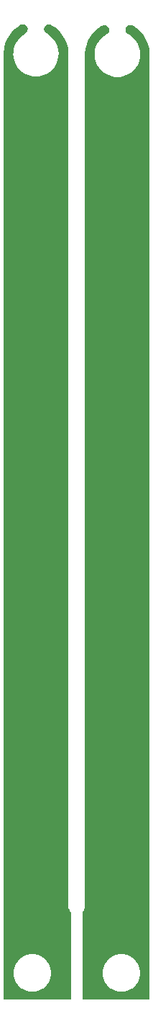
<source format=gtl>
%FSTAX44Y44*%
%MOMM*%
%SFA1B1*%

%IPPOS*%
%ADD11C,0.599999*%
%LNpcb1-1*%
%LPD*%
G36*
X00813253Y02047577D02*
X00815108Y02046337D01*
X00816347Y02044483*
X00816761Y02042402*
X00816739Y02042295*
X00816761Y02042188*
X00816347Y02040107*
X00815108Y02038253*
X00813717Y02037323*
X00813756Y02037249*
X00813741Y02037278*
X00810578Y0203534*
X00807374Y02032603*
X00804638Y020294*
X00802436Y02025807*
X00800824Y02021915*
X00799841Y02017818*
X00799557Y02014215*
X0079931Y02013618*
X0079947*
X00799333Y02012933*
X00799361Y02012792*
X00799633Y02009343*
X00800616Y02005246*
X00802229Y02001354*
X0080443Y01997761*
X00807166Y01994558*
X0081037Y01991822*
X00813962Y0198962*
X00817854Y01988008*
X00821951Y01987024*
X00826151Y01986694*
X00830351Y01987024*
X00834448Y01988008*
X0083834Y0198962*
X00841933Y01991822*
X00845136Y01994558*
X00847872Y01997761*
X00850074Y02001354*
X00851686Y02005246*
X0085267Y02009343*
X00853Y02013543*
X0085267Y02017743*
X00851686Y0202184*
X00850074Y02025732*
X00847872Y02029324*
X00845136Y02032528*
X00841933Y02035264*
X00838769Y02037203*
X00838754Y02037174*
X00838793Y02037248*
X00837402Y02038177*
X00836163Y02040032*
X00835728Y0204222*
X00836163Y02044407*
X00837402Y02046262*
X00839257Y02047501*
X00841445Y02047936*
X00843632Y02047501*
X00844086Y02047198*
X00844068Y02047164*
X00844079Y02047159*
X00844096Y02047191*
X00844136Y02047266*
X00844142Y02047261*
X00844122Y02047223*
X00848619Y02044467*
X0085318Y02040572*
X00857075Y02036011*
X00860209Y02030896*
X00862505Y02025355*
X00863905Y02019522*
X00864362Y02013724*
X00864325Y02013543*
Y01012752*
X008643*
X00864638Y01010186*
X00865629Y01007794*
X00867205Y0100574*
X00867425Y01005571*
Y00902815*
X00857062*
X00788197*
Y01076779*
Y02013442*
X00788173Y02013561*
X00788185Y02013618*
X00788408*
X00788296Y02013889*
X00788154Y02013869*
X00788605Y02019598*
X00790005Y0202543*
X007923Y02030972*
X00795435Y02036086*
X0079933Y02040647*
X00803891Y02044543*
X00808388Y02047298*
X00808368Y02047337*
X00808388Y02047298*
X00808395Y02047302*
X00808374Y02047341*
X00808414Y02047267*
X00808878Y02047577*
X00811065Y02048012*
X00813253Y02047577*
G37*
G36*
X00938861Y02046924D02*
X00939991Y02046448D01*
X00940003Y02046444*
X00941124Y02045847*
X00944543Y02043752*
X00949104Y02039857*
X00952999Y02035296*
X00956133Y02030181*
X00958428Y0202464*
X00959829Y02018807*
X00960268Y02013222*
X00960137Y02013098*
X00960025Y02012828*
X00960237Y02012652*
Y02011855*
Y01075989*
Y00970989*
Y00902815*
X00892062*
X00881009*
Y01005571*
X00881229Y0100574*
X00882805Y01007794*
X00883796Y01010186*
X00884134Y01012752*
X00884108*
Y02012752*
X00884072Y02012934*
X00884528Y02018732*
X00885929Y02024564*
X00888224Y02030106*
X00891358Y0203522*
X00895254Y02039781*
X00899815Y02043677*
X00903233Y02045772*
X00904355Y02046368*
X00904367Y02046373*
X00905496Y02046849*
X00906989Y02047146*
X00909176Y02046711*
X00911031Y02045472*
X0091227Y02043617*
X00912684Y02041536*
X00912663Y02041429*
X00912684Y02041323*
X0091227Y02039242*
X00911031Y02037387*
X0090964Y02036457*
X00909664Y02036412*
X00906501Y02034474*
X00903297Y02031737*
X00900561Y02028534*
X0089836Y02024942*
X00896748Y02021049*
X00895764Y02016952*
X00895433Y02012752*
X00895764Y02008552*
X00896748Y02004456*
X0089836Y02000563*
X00900561Y01996971*
X00903297Y01993767*
X00906501Y01991031*
X00910093Y0198883*
X00913986Y01987218*
X00918083Y01986234*
X00922282Y01985904*
X00926483Y01986234*
X00930579Y01987218*
X00934472Y0198883*
X00938064Y01991031*
X00941267Y01993767*
X00944004Y01996971*
X00946205Y02000563*
X00947817Y02004456*
X00948801Y02008552*
X00949072Y02012002*
X009491Y02012143*
X00949124Y02012828*
X00948849Y02013929*
X00948783Y02014612*
X00948593Y02017028*
X00947609Y02021125*
X00945997Y02025017*
X00943796Y02028609*
X0094106Y02031813*
X00937856Y02034549*
X00934693Y02036488*
X00934717Y02036533*
X00933326Y02037462*
X00932087Y02039317*
X00931652Y02041504*
X00932087Y02043692*
X00933326Y02045547*
X00935181Y02046786*
X00937368Y02047221*
X00938861Y02046924*
G37*
%LNpcb1-2*%
%LPC*%
G36*
X00819746Y00956009D02*
X00815495Y00955164D01*
X00811491Y00953505*
X00807888Y00951098*
X00804824Y00948033*
X00802416Y0094443*
X00800758Y00940426*
X00799912Y00936176*
Y00934009*
Y00931842*
X00800758Y00927592*
X00802416Y00923588*
X00804824Y00919985*
X00807888Y0091692*
X00811491Y00914513*
X00815495Y00912854*
X00819746Y00912009*
X00821912*
X00824079*
X0082833Y00912854*
X00832333Y00914513*
X00835937Y0091692*
X00839001Y00919985*
X00841408Y00923588*
X00843067Y00927592*
X00843912Y00931842*
Y00934009*
Y00936176*
X00843067Y00940426*
X00841409Y0094443*
X00839001Y00948033*
X00835937Y00951097*
X00832333Y00953505*
X0082833Y00955163*
X00824079Y00956009*
X00821912*
X00819746*
G37*
G36*
X00924746D02*
X00920496Y00955164D01*
X00916491Y00953505*
X00912888Y00951098*
X00909824Y00948033*
X00907416Y0094443*
X00905758Y00940426*
X00904912Y00936176*
Y00934009*
Y00931842*
X00905758Y00927592*
X00907416Y00923588*
X00909824Y00919985*
X00912888Y0091692*
X00916491Y00914513*
X00920496Y00912854*
X00924746Y00912009*
X00926912*
X00929079*
X0093333Y00912854*
X00937333Y00914513*
X00940937Y0091692*
X00944001Y00919985*
X00946409Y00923588*
X00948067Y00927592*
X00948912Y00931842*
Y00934009*
Y00936176*
X00948067Y00940426*
X00946409Y0094443*
X00944001Y00948033*
X00940937Y00951097*
X00937333Y00953505*
X0093333Y00955163*
X00929079Y00956009*
X00926912*
X00924746*
G37*
%LNpcb1-3*%
%LPD*%
G54D11*
X00851999Y01967999D03*
X00857999Y01955999D03*
X00851999Y01943999D03*
X00857999Y01931999D03*
X00851999Y01919999D03*
X00857999Y01907999D03*
X00851999Y01895999D03*
X00857999Y01883999D03*
X00851999Y01871999D03*
X00857999Y01859999D03*
X00851999Y01847999D03*
X00857999Y01835999D03*
X00851999Y01823999D03*
X00857999Y01811999D03*
X00851999Y01799999D03*
X00857999Y01787999D03*
X00851999Y01775999D03*
X00857999Y01763999D03*
X00851999Y01751999D03*
X00857999Y01739999D03*
X00851999Y01727999D03*
X00857999Y01715999D03*
X00851999Y01703999D03*
X00857999Y01691999D03*
X00851999Y01679999D03*
X00857999Y01667999D03*
X00851999Y01655999D03*
X00857999Y01643999D03*
X00851999Y01631999D03*
X00857999Y01619999D03*
X00851999Y01607999D03*
X00857999Y01595999D03*
X00851999Y01583999D03*
X00857999Y01571999D03*
X00851999Y01559999D03*
X00857999Y01547999D03*
X00851999Y01535999D03*
X00857999Y01524D03*
X00851999Y01511999D03*
X00857999Y01499999D03*
X00851999Y01487999D03*
X00857999Y01475999D03*
X00851999Y01463999D03*
X00857999Y01451999D03*
X00851999Y01439999D03*
X00857999Y01427999D03*
X00851999Y01415999D03*
X00857999Y01403999D03*
X00851999Y01391999D03*
X00857999Y01379999D03*
X00851999Y01367999D03*
X00857999Y01355999D03*
X00851999Y01343999D03*
X00857999Y01331999D03*
X00851999Y01319999D03*
X00857999Y01307999D03*
X00851999Y01295999D03*
X00857999Y01283999D03*
X00851999Y01271999D03*
X00857999Y01259999D03*
X00851999Y01247999D03*
X00857999Y01235999D03*
X00851999Y01223999D03*
X00857999Y01211999D03*
X00851999Y01199999D03*
X00857999Y01187999D03*
X00851999Y01175999D03*
X00857999Y01163999D03*
X00851999Y01151999D03*
X00857999Y01139999D03*
X00851999Y01127999D03*
X00857999Y01115999D03*
X00851999Y01103999D03*
X00857999Y01091999D03*
X00851999Y01079999D03*
X00857999Y01067999D03*
X00851999Y01055999D03*
X00857999Y01043999D03*
X00851999Y01031999D03*
X00857999Y01019999D03*
X00851999Y01007999D03*
X00857999Y00995999D03*
X00851999Y00983999D03*
X00839999Y01967999D03*
X00845999Y01955999D03*
X00839999Y01943999D03*
X00845999Y01931999D03*
X00839999Y01919999D03*
X00845999Y01907999D03*
X00839999Y01895999D03*
X00845999Y01883999D03*
X00839999Y01871999D03*
X00845999Y01859999D03*
X00839999Y01847999D03*
X00845999Y01835999D03*
X00839999Y01823999D03*
X00845999Y01811999D03*
X00839999Y01799999D03*
X00845999Y01787999D03*
X00839999Y01775999D03*
X00845999Y01763999D03*
X00839999Y01751999D03*
X00845999Y01739999D03*
X00839999Y01727999D03*
X00845999Y01715999D03*
X00839999Y01703999D03*
X00845999Y01691999D03*
X00839999Y01679999D03*
X00845999Y01667999D03*
X00839999Y01655999D03*
X00845999Y01643999D03*
X00839999Y01631999D03*
X00845999Y01619999D03*
X00839999Y01607999D03*
X00845999Y01595999D03*
X00839999Y01583999D03*
X00845999Y01571999D03*
X00839999Y01559999D03*
X00845999Y01547999D03*
X00839999Y01535999D03*
X00845999Y01524D03*
X00839999Y01511999D03*
X00845999Y01499999D03*
X00839999Y01487999D03*
X00845999Y01475999D03*
X00839999Y01463999D03*
X00845999Y01451999D03*
X00839999Y01439999D03*
X00845999Y01427999D03*
X00839999Y01415999D03*
X00845999Y01403999D03*
X00839999Y01391999D03*
X00845999Y01379999D03*
X00839999Y01367999D03*
X00845999Y01355999D03*
X00839999Y01343999D03*
X00845999Y01331999D03*
X00839999Y01319999D03*
X00845999Y01307999D03*
X00839999Y01295999D03*
X00845999Y01283999D03*
X00839999Y01271999D03*
X00845999Y01259999D03*
X00839999Y01247999D03*
X00845999Y01235999D03*
X00839999Y01223999D03*
X00845999Y01211999D03*
X00839999Y01199999D03*
X00845999Y01187999D03*
X00839999Y01175999D03*
X00845999Y01163999D03*
X00839999Y01151999D03*
X00845999Y01139999D03*
X00839999Y01127999D03*
X00845999Y01115999D03*
X00839999Y01103999D03*
X00845999Y01091999D03*
X00839999Y01079999D03*
X00845999Y01067999D03*
X00839999Y01055999D03*
X00845999Y01043999D03*
X00839999Y01031999D03*
X00845999Y01019999D03*
X00839999Y01007999D03*
X00845999Y00995999D03*
X00839999Y00983999D03*
X00827999Y01967999D03*
X00833999Y01955999D03*
X00827999Y01943999D03*
X00833999Y01931999D03*
X00827999Y01919999D03*
X00833999Y01907999D03*
X00827999Y01895999D03*
X00833999Y01883999D03*
X00827999Y01871999D03*
X00833999Y01859999D03*
X00827999Y01847999D03*
X00833999Y01835999D03*
X00827999Y01823999D03*
X00833999Y01811999D03*
X00827999Y01799999D03*
X00833999Y01787999D03*
X00827999Y01775999D03*
X00833999Y01763999D03*
X00827999Y01751999D03*
X00833999Y01739999D03*
X00827999Y01727999D03*
X00833999Y01715999D03*
X00827999Y01703999D03*
X00833999Y01691999D03*
X00827999Y01679999D03*
X00833999Y01667999D03*
X00827999Y01655999D03*
X00833999Y01643999D03*
X00827999Y01631999D03*
X00833999Y01619999D03*
X00827999Y01607999D03*
X00833999Y01595999D03*
X00827999Y01583999D03*
X00833999Y01571999D03*
X00827999Y01559999D03*
X00833999Y01547999D03*
X00827999Y01535999D03*
X00833999Y01524D03*
X00827999Y01511999D03*
X00833999Y01499999D03*
X00827999Y01487999D03*
X00833999Y01475999D03*
X00827999Y01463999D03*
X00833999Y01451999D03*
X00827999Y01439999D03*
X00833999Y01427999D03*
X00827999Y01415999D03*
X00833999Y01403999D03*
X00827999Y01391999D03*
X00833999Y01379999D03*
X00827999Y01367999D03*
X00833999Y01355999D03*
X00827999Y01343999D03*
X00833999Y01331999D03*
X00827999Y01319999D03*
X00833999Y01307999D03*
X00827999Y01295999D03*
X00833999Y01283999D03*
X00827999Y01271999D03*
X00833999Y01259999D03*
X00827999Y01247999D03*
X00833999Y01235999D03*
X00827999Y01223999D03*
X00833999Y01211999D03*
X00827999Y01199999D03*
X00833999Y01187999D03*
X00827999Y01175999D03*
X00833999Y01163999D03*
X00827999Y01151999D03*
X00833999Y01139999D03*
X00827999Y01127999D03*
X00833999Y01115999D03*
X00827999Y01103999D03*
X00833999Y01091999D03*
X00827999Y01079999D03*
X00833999Y01067999D03*
X00827999Y01055999D03*
X00833999Y01043999D03*
X00827999Y01031999D03*
X00833999Y01019999D03*
X00827999Y01007999D03*
X00833999Y00995999D03*
X00827999Y00983999D03*
X00815999Y01967999D03*
X00821999Y01955999D03*
X00815999Y01943999D03*
X00821999Y01931999D03*
X00815999Y01919999D03*
X00821999Y01907999D03*
X00815999Y01895999D03*
X00821999Y01883999D03*
X00815999Y01871999D03*
X00821999Y01859999D03*
X00815999Y01847999D03*
X00821999Y01835999D03*
X00815999Y01823999D03*
X00821999Y01811999D03*
X00815999Y01799999D03*
X00821999Y01787999D03*
X00815999Y01775999D03*
X00821999Y01763999D03*
X00815999Y01751999D03*
X00821999Y01739999D03*
X00815999Y01727999D03*
X00821999Y01715999D03*
X00815999Y01703999D03*
X00821999Y01691999D03*
X00815999Y01679999D03*
X00821999Y01667999D03*
X00815999Y01655999D03*
X00821999Y01643999D03*
X00815999Y01631999D03*
X00821999Y01619999D03*
X00815999Y01607999D03*
X00821999Y01595999D03*
X00815999Y01583999D03*
X00821999Y01571999D03*
X00815999Y01559999D03*
X00821999Y01547999D03*
X00815999Y01535999D03*
X00821999Y01524D03*
X00815999Y01511999D03*
X00821999Y01499999D03*
X00815999Y01487999D03*
X00821999Y01475999D03*
X00815999Y01463999D03*
X00821999Y01451999D03*
X00815999Y01439999D03*
X00821999Y01427999D03*
X00815999Y01415999D03*
X00821999Y01403999D03*
X00815999Y01391999D03*
X00821999Y01379999D03*
X00815999Y01367999D03*
X00821999Y01355999D03*
X00815999Y01343999D03*
X00821999Y01331999D03*
X00815999Y01319999D03*
X00821999Y01307999D03*
X00815999Y01295999D03*
X00821999Y01283999D03*
X00815999Y01271999D03*
X00821999Y01259999D03*
X00815999Y01247999D03*
X00821999Y01235999D03*
X00815999Y01223999D03*
X00821999Y01211999D03*
X00815999Y01199999D03*
X00821999Y01187999D03*
X00815999Y01175999D03*
X00821999Y01163999D03*
X00815999Y01151999D03*
X00821999Y01139999D03*
X00815999Y01127999D03*
X00821999Y01115999D03*
X00815999Y01103999D03*
X00821999Y01091999D03*
X00815999Y01079999D03*
X00821999Y01067999D03*
X00815999Y01055999D03*
X00821999Y01043999D03*
X00815999Y01031999D03*
X00821999Y01019999D03*
X00815999Y01007999D03*
X00821999Y00995999D03*
X00815999Y00983999D03*
X00803999Y01967999D03*
X00809999Y01955999D03*
X00803999Y01943999D03*
X00809999Y01931999D03*
X00803999Y01919999D03*
X00809999Y01907999D03*
X00803999Y01895999D03*
X00809999Y01883999D03*
X00803999Y01871999D03*
X00809999Y01859999D03*
X00803999Y01847999D03*
X00809999Y01835999D03*
X00803999Y01823999D03*
X00809999Y01811999D03*
X00803999Y01799999D03*
X00809999Y01787999D03*
X00803999Y01775999D03*
X00809999Y01763999D03*
X00803999Y01751999D03*
X00809999Y01739999D03*
X00803999Y01727999D03*
X00809999Y01715999D03*
X00803999Y01703999D03*
X00809999Y01691999D03*
X00803999Y01679999D03*
X00809999Y01667999D03*
X00803999Y01655999D03*
X00809999Y01643999D03*
X00803999Y01631999D03*
X00809999Y01619999D03*
X00803999Y01607999D03*
X00809999Y01595999D03*
X00803999Y01583999D03*
X00809999Y01571999D03*
X00803999Y01559999D03*
X00809999Y01547999D03*
X00803999Y01535999D03*
X00809999Y01524D03*
X00803999Y01511999D03*
X00809999Y01499999D03*
X00803999Y01487999D03*
X00809999Y01475999D03*
X00803999Y01463999D03*
X00809999Y01451999D03*
X00803999Y01439999D03*
X00809999Y01427999D03*
X00803999Y01415999D03*
X00809999Y01403999D03*
X00803999Y01391999D03*
X00809999Y01379999D03*
X00803999Y01367999D03*
X00809999Y01355999D03*
X00803999Y01343999D03*
X00809999Y01331999D03*
X00803999Y01319999D03*
X00809999Y01307999D03*
X00803999Y01295999D03*
X00809999Y01283999D03*
X00803999Y01271999D03*
X00809999Y01259999D03*
X00803999Y01247999D03*
X00809999Y01235999D03*
X00803999Y01223999D03*
X00809999Y01211999D03*
X00803999Y01199999D03*
X00809999Y01187999D03*
X00803999Y01175999D03*
X00809999Y01163999D03*
X00803999Y01151999D03*
X00809999Y01139999D03*
X00803999Y01127999D03*
X00809999Y01115999D03*
X00803999Y01103999D03*
X00809999Y01091999D03*
X00803999Y01079999D03*
X00809999Y01067999D03*
X00803999Y01055999D03*
X00809999Y01043999D03*
X00803999Y01031999D03*
X00809999Y01019999D03*
X00803999Y01007999D03*
X00809999Y00995999D03*
X00803999Y00983999D03*
X00791999Y01967999D03*
X00797999Y01955999D03*
X00791999Y01943999D03*
X00797999Y01931999D03*
X00791999Y01919999D03*
X00797999Y01907999D03*
X00791999Y01895999D03*
X00797999Y01883999D03*
X00791999Y01871999D03*
X00797999Y01859999D03*
X00791999Y01847999D03*
X00797999Y01835999D03*
X00791999Y01823999D03*
X00797999Y01811999D03*
X00791999Y01799999D03*
X00797999Y01787999D03*
X00791999Y01775999D03*
X00797999Y01763999D03*
X00791999Y01751999D03*
X00797999Y01739999D03*
X00791999Y01727999D03*
X00797999Y01715999D03*
X00791999Y01703999D03*
X00797999Y01691999D03*
X00791999Y01679999D03*
X00797999Y01667999D03*
X00791999Y01655999D03*
X00797999Y01643999D03*
X00791999Y01631999D03*
X00797999Y01619999D03*
X00791999Y01607999D03*
X00797999Y01595999D03*
X00791999Y01583999D03*
X00797999Y01571999D03*
X00791999Y01559999D03*
X00797999Y01547999D03*
X00791999Y01535999D03*
X00797999Y01524D03*
X00791999Y01511999D03*
X00797999Y01499999D03*
X00791999Y01487999D03*
X00797999Y01475999D03*
X00791999Y01463999D03*
X00797999Y01451999D03*
X00791999Y01439999D03*
X00797999Y01427999D03*
X00791999Y01415999D03*
X00797999Y01403999D03*
X00791999Y01391999D03*
X00797999Y01379999D03*
X00791999Y01367999D03*
X00797999Y01355999D03*
X00791999Y01343999D03*
X00797999Y01331999D03*
X00791999Y01319999D03*
X00797999Y01307999D03*
X00791999Y01295999D03*
X00797999Y01283999D03*
X00791999Y01271999D03*
X00797999Y01259999D03*
X00791999Y01247999D03*
X00797999Y01235999D03*
X00791999Y01223999D03*
X00797999Y01211999D03*
X00791999Y01199999D03*
X00797999Y01187999D03*
X00791999Y01175999D03*
X00797999Y01163999D03*
X00791999Y01151999D03*
X00797999Y01139999D03*
X00791999Y01127999D03*
X00797999Y01115999D03*
X00791999Y01103999D03*
X00797999Y01091999D03*
X00791999Y01079999D03*
X00797999Y01067999D03*
X00791999Y01055999D03*
X00797999Y01043999D03*
X00791999Y01031999D03*
X00797999Y01019999D03*
X00791999Y01007999D03*
X00797999Y00995999D03*
X00791999Y00983999D03*
X00947999Y01967999D03*
X00953999Y01955999D03*
X00947999Y01943999D03*
X00953999Y01931999D03*
X00947999Y01919999D03*
X00953999Y01907999D03*
X00947999Y01895999D03*
X00953999Y01883999D03*
X00947999Y01871999D03*
X00953999Y01859999D03*
X00947999Y01847999D03*
X00953999Y01835999D03*
X00947999Y01823999D03*
X00953999Y01811999D03*
X00947999Y01799999D03*
X00953999Y01787999D03*
X00947999Y01775999D03*
X00953999Y01763999D03*
X00947999Y01751999D03*
X00953999Y01739999D03*
X00947999Y01727999D03*
X00953999Y01715999D03*
X00947999Y01703999D03*
X00953999Y01691999D03*
X00947999Y01679999D03*
X00953999Y01667999D03*
X00947999Y01655999D03*
X00953999Y01643999D03*
X00947999Y01631999D03*
X00953999Y01619999D03*
X00947999Y01607999D03*
X00953999Y01595999D03*
X00947999Y01583999D03*
X00953999Y01571999D03*
X00947999Y01559999D03*
X00953999Y01547999D03*
X00947999Y01535999D03*
X00953999Y01524D03*
X00947999Y01511999D03*
X00953999Y01499999D03*
X00947999Y01487999D03*
X00953999Y01475999D03*
X00947999Y01463999D03*
X00953999Y01451999D03*
X00947999Y01439999D03*
X00953999Y01427999D03*
X00947999Y01415999D03*
X00953999Y01403999D03*
X00947999Y01391999D03*
X00953999Y01379999D03*
X00947999Y01367999D03*
X00953999Y01355999D03*
X00947999Y01343999D03*
X00953999Y01331999D03*
X00947999Y01319999D03*
X00953999Y01307999D03*
X00947999Y01295999D03*
X00953999Y01283999D03*
X00947999Y01271999D03*
X00953999Y01259999D03*
X00947999Y01247999D03*
X00953999Y01235999D03*
X00947999Y01223999D03*
X00953999Y01211999D03*
X00947999Y01199999D03*
X00953999Y01187999D03*
X00947999Y01175999D03*
X00953999Y01163999D03*
X00947999Y01151999D03*
X00953999Y01139999D03*
X00947999Y01127999D03*
X00953999Y01115999D03*
X00947999Y01103999D03*
X00953999Y01091999D03*
X00947999Y01079999D03*
X00953999Y01067999D03*
X00947999Y01055999D03*
X00953999Y01043999D03*
X00947999Y01031999D03*
X00953999Y01019999D03*
X00947999Y01007999D03*
X00953999Y00995999D03*
X00947999Y00983999D03*
X00935999Y01967999D03*
X00941999Y01955999D03*
X00935999Y01943999D03*
X00941999Y01931999D03*
X00935999Y01919999D03*
X00941999Y01907999D03*
X00935999Y01895999D03*
X00941999Y01883999D03*
X00935999Y01871999D03*
X00941999Y01859999D03*
X00935999Y01847999D03*
X00941999Y01835999D03*
X00935999Y01823999D03*
X00941999Y01811999D03*
X00935999Y01799999D03*
X00941999Y01787999D03*
X00935999Y01775999D03*
X00941999Y01763999D03*
X00935999Y01751999D03*
X00941999Y01739999D03*
X00935999Y01727999D03*
X00941999Y01715999D03*
X00935999Y01703999D03*
X00941999Y01691999D03*
X00935999Y01679999D03*
X00941999Y01667999D03*
X00935999Y01655999D03*
X00941999Y01643999D03*
X00935999Y01631999D03*
X00941999Y01619999D03*
X00935999Y01607999D03*
X00941999Y01595999D03*
X00935999Y01583999D03*
X00941999Y01571999D03*
X00935999Y01559999D03*
X00941999Y01547999D03*
X00935999Y01535999D03*
X00941999Y01524D03*
X00935999Y01511999D03*
X00941999Y01499999D03*
X00935999Y01487999D03*
X00941999Y01475999D03*
X00935999Y01463999D03*
X00941999Y01451999D03*
X00935999Y01439999D03*
X00941999Y01427999D03*
X00935999Y01415999D03*
X00941999Y01403999D03*
X00935999Y01391999D03*
X00941999Y01379999D03*
X00935999Y01367999D03*
X00941999Y01355999D03*
X00935999Y01343999D03*
X00941999Y01331999D03*
X00935999Y01319999D03*
X00941999Y01307999D03*
X00935999Y01295999D03*
X00941999Y01283999D03*
X00935999Y01271999D03*
X00941999Y01259999D03*
X00935999Y01247999D03*
X00941999Y01235999D03*
X00935999Y01223999D03*
X00941999Y01211999D03*
X00935999Y01199999D03*
X00941999Y01187999D03*
X00935999Y01175999D03*
X00941999Y01163999D03*
X00935999Y01151999D03*
X00941999Y01139999D03*
X00935999Y01127999D03*
X00941999Y01115999D03*
X00935999Y01103999D03*
X00941999Y01091999D03*
X00935999Y01079999D03*
X00941999Y01067999D03*
X00935999Y01055999D03*
X00941999Y01043999D03*
X00935999Y01031999D03*
X00941999Y01019999D03*
X00935999Y01007999D03*
X00941999Y00995999D03*
X00935999Y00983999D03*
X00923999Y01967999D03*
X00929999Y01955999D03*
X00923999Y01943999D03*
X00929999Y01931999D03*
X00923999Y01919999D03*
X00929999Y01907999D03*
X00923999Y01895999D03*
X00929999Y01883999D03*
X00923999Y01871999D03*
X00929999Y01859999D03*
X00923999Y01847999D03*
X00929999Y01835999D03*
X00923999Y01823999D03*
X00929999Y01811999D03*
X00923999Y01799999D03*
X00929999Y01787999D03*
X00923999Y01775999D03*
X00929999Y01763999D03*
X00923999Y01751999D03*
X00929999Y01739999D03*
X00923999Y01727999D03*
X00929999Y01715999D03*
X00923999Y01703999D03*
X00929999Y01691999D03*
X00923999Y01679999D03*
X00929999Y01667999D03*
X00923999Y01655999D03*
X00929999Y01643999D03*
X00923999Y01631999D03*
X00929999Y01619999D03*
X00923999Y01607999D03*
X00929999Y01595999D03*
X00923999Y01583999D03*
X00929999Y01571999D03*
X00923999Y01559999D03*
X00929999Y01547999D03*
X00923999Y01535999D03*
X00929999Y01524D03*
X00923999Y01511999D03*
X00929999Y01499999D03*
X00923999Y01487999D03*
X00929999Y01475999D03*
X00923999Y01463999D03*
X00929999Y01451999D03*
X00923999Y01439999D03*
X00929999Y01427999D03*
X00923999Y01415999D03*
X00929999Y01403999D03*
X00923999Y01391999D03*
X00929999Y01379999D03*
X00923999Y01367999D03*
X00929999Y01355999D03*
X00923999Y01343999D03*
X00929999Y01331999D03*
X00923999Y01319999D03*
X00929999Y01307999D03*
X00923999Y01295999D03*
X00929999Y01283999D03*
X00923999Y01271999D03*
X00929999Y01259999D03*
X00923999Y01247999D03*
X00929999Y01235999D03*
X00923999Y01223999D03*
X00929999Y01211999D03*
X00923999Y01199999D03*
X00929999Y01187999D03*
X00923999Y01175999D03*
X00929999Y01163999D03*
X00923999Y01151999D03*
X00929999Y01139999D03*
X00923999Y01127999D03*
X00929999Y01115999D03*
X00923999Y01103999D03*
X00929999Y01091999D03*
X00923999Y01079999D03*
X00929999Y01067999D03*
X00923999Y01055999D03*
X00929999Y01043999D03*
X00923999Y01031999D03*
X00929999Y01019999D03*
X00923999Y01007999D03*
X00929999Y00995999D03*
X00923999Y00983999D03*
X00911999Y01967999D03*
X00917999Y01955999D03*
X00911999Y01943999D03*
X00917999Y01931999D03*
X00911999Y01919999D03*
X00917999Y01907999D03*
X00911999Y01895999D03*
X00917999Y01883999D03*
X00911999Y01871999D03*
X00917999Y01859999D03*
X00911999Y01847999D03*
X00917999Y01835999D03*
X00911999Y01823999D03*
X00917999Y01811999D03*
X00911999Y01799999D03*
X00917999Y01787999D03*
X00911999Y01775999D03*
X00917999Y01763999D03*
X00911999Y01751999D03*
X00917999Y01739999D03*
X00911999Y01727999D03*
X00917999Y01715999D03*
X00911999Y01703999D03*
X00917999Y01691999D03*
X00911999Y01679999D03*
X00917999Y01667999D03*
X00911999Y01655999D03*
X00917999Y01643999D03*
X00911999Y01631999D03*
X00917999Y01619999D03*
X00911999Y01607999D03*
X00917999Y01595999D03*
X00911999Y01583999D03*
X00917999Y01571999D03*
X00911999Y01559999D03*
X00917999Y01547999D03*
X00911999Y01535999D03*
X00917999Y01524D03*
X00911999Y01511999D03*
X00917999Y01499999D03*
X00911999Y01487999D03*
X00917999Y01475999D03*
X00911999Y01463999D03*
X00917999Y01451999D03*
X00911999Y01439999D03*
X00917999Y01427999D03*
X00911999Y01415999D03*
X00917999Y01403999D03*
X00911999Y01391999D03*
X00917999Y01379999D03*
X00911999Y01367999D03*
X00917999Y01355999D03*
X00911999Y01343999D03*
X00917999Y01331999D03*
X00911999Y01319999D03*
X00917999Y01307999D03*
X00911999Y01295999D03*
X00917999Y01283999D03*
X00911999Y01271999D03*
X00917999Y01259999D03*
X00911999Y01247999D03*
X00917999Y01235999D03*
X00911999Y01223999D03*
X00917999Y01211999D03*
X00911999Y01199999D03*
X00917999Y01187999D03*
X00911999Y01175999D03*
X00917999Y01163999D03*
X00911999Y01151999D03*
X00917999Y01139999D03*
X00911999Y01127999D03*
X00917999Y01115999D03*
X00911999Y01103999D03*
X00917999Y01091999D03*
X00911999Y01079999D03*
X00917999Y01067999D03*
X00911999Y01055999D03*
X00917999Y01043999D03*
X00911999Y01031999D03*
X00917999Y01019999D03*
X00911999Y01007999D03*
X00917999Y00995999D03*
X00911999Y00983999D03*
X00899999Y01967999D03*
X00905999Y01955999D03*
X00899999Y01943999D03*
X00905999Y01931999D03*
X00899999Y01919999D03*
X00905999Y01907999D03*
X00899999Y01895999D03*
X00905999Y01883999D03*
X00899999Y01871999D03*
X00905999Y01859999D03*
X00899999Y01847999D03*
X00905999Y01835999D03*
X00899999Y01823999D03*
X00905999Y01811999D03*
X00899999Y01799999D03*
X00905999Y01787999D03*
X00899999Y01775999D03*
X00905999Y01763999D03*
X00899999Y01751999D03*
X00905999Y01739999D03*
X00899999Y01727999D03*
X00905999Y01715999D03*
X00899999Y01703999D03*
X00905999Y01691999D03*
X00899999Y01679999D03*
X00905999Y01667999D03*
X00899999Y01655999D03*
X00905999Y01643999D03*
X00899999Y01631999D03*
X00905999Y01619999D03*
X00899999Y01607999D03*
X00905999Y01595999D03*
X00899999Y01583999D03*
X00905999Y01571999D03*
X00899999Y01559999D03*
X00905999Y01547999D03*
X00899999Y01535999D03*
X00905999Y01524D03*
X00899999Y01511999D03*
X00905999Y01499999D03*
X00899999Y01487999D03*
X00905999Y01475999D03*
X00899999Y01463999D03*
X00905999Y01451999D03*
X00899999Y01439999D03*
X00905999Y01427999D03*
X00899999Y01415999D03*
X00905999Y01403999D03*
X00899999Y01391999D03*
X00905999Y01379999D03*
X00899999Y01367999D03*
X00905999Y01355999D03*
X00899999Y01343999D03*
X00905999Y01331999D03*
X00899999Y01319999D03*
X00905999Y01307999D03*
X00899999Y01295999D03*
X00905999Y01283999D03*
X00899999Y01271999D03*
X00905999Y01259999D03*
X00899999Y01247999D03*
X00905999Y01235999D03*
X00899999Y01223999D03*
X00905999Y01211999D03*
X00899999Y01199999D03*
X00905999Y01187999D03*
X00899999Y01175999D03*
X00905999Y01163999D03*
X00899999Y01151999D03*
X00905999Y01139999D03*
X00899999Y01127999D03*
X00905999Y01115999D03*
X00899999Y01103999D03*
X00905999Y01091999D03*
X00899999Y01079999D03*
X00905999Y01067999D03*
X00899999Y01055999D03*
X00905999Y01043999D03*
X00899999Y01031999D03*
X00905999Y01019999D03*
X00899999Y01007999D03*
X00905999Y00995999D03*
X00899999Y00983999D03*
X00887999Y01967999D03*
X00893999Y01955999D03*
X00887999Y01943999D03*
X00893999Y01931999D03*
X00887999Y01919999D03*
X00893999Y01907999D03*
X00887999Y01895999D03*
X00893999Y01883999D03*
X00887999Y01871999D03*
X00893999Y01859999D03*
X00887999Y01847999D03*
X00893999Y01835999D03*
X00887999Y01823999D03*
X00893999Y01811999D03*
X00887999Y01799999D03*
X00893999Y01787999D03*
X00887999Y01775999D03*
X00893999Y01763999D03*
X00887999Y01751999D03*
X00893999Y01739999D03*
X00887999Y01727999D03*
X00893999Y01715999D03*
X00887999Y01703999D03*
X00893999Y01691999D03*
X00887999Y01679999D03*
X00893999Y01667999D03*
X00887999Y01655999D03*
X00893999Y01643999D03*
X00887999Y01631999D03*
X00893999Y01619999D03*
X00887999Y01607999D03*
X00893999Y01595999D03*
X00887999Y01583999D03*
X00893999Y01571999D03*
X00887999Y01559999D03*
X00893999Y01547999D03*
X00887999Y01535999D03*
X00893999Y01524D03*
X00887999Y01511999D03*
X00893999Y01499999D03*
X00887999Y01487999D03*
X00893999Y01475999D03*
X00887999Y01463999D03*
X00893999Y01451999D03*
X00887999Y01439999D03*
X00893999Y01427999D03*
X00887999Y01415999D03*
X00893999Y01403999D03*
X00887999Y01391999D03*
X00893999Y01379999D03*
X00887999Y01367999D03*
X00893999Y01355999D03*
X00887999Y01343999D03*
X00893999Y01331999D03*
X00887999Y01319999D03*
X00893999Y01307999D03*
X00887999Y01295999D03*
X00893999Y01283999D03*
X00887999Y01271999D03*
X00893999Y01259999D03*
X00887999Y01247999D03*
X00893999Y01235999D03*
X00887999Y01223999D03*
X00893999Y01211999D03*
X00887999Y01199999D03*
X00893999Y01187999D03*
X00887999Y01175999D03*
X00893999Y01163999D03*
X00887999Y01151999D03*
X00893999Y01139999D03*
X00887999Y01127999D03*
X00893999Y01115999D03*
X00887999Y01103999D03*
X00893999Y01091999D03*
X00887999Y01079999D03*
X00893999Y01067999D03*
X00887999Y01055999D03*
X00893999Y01043999D03*
X00887999Y01031999D03*
X00893999Y01019999D03*
X00887999Y01007999D03*
X00893999Y00995999D03*
X00887999Y00983999D03*
M02*
</source>
